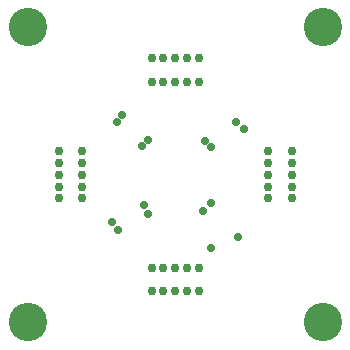
<source format=gbr>
G04 EAGLE Gerber X2 export*
%TF.Part,Single*%
%TF.FileFunction,Soldermask,Top,1*%
%TF.FilePolarity,Negative*%
%TF.GenerationSoftware,Autodesk,EAGLE,9.0.1*%
%TF.CreationDate,2018-12-20T19:56:33Z*%
G75*
%MOMM*%
%FSLAX34Y34*%
%LPD*%
%AMOC8*
5,1,8,0,0,1.08239X$1,22.5*%
G01*
%ADD10C,3.250000*%
%ADD11C,0.750000*%
%ADD12C,0.700000*%


D10*
X-125000Y-125000D03*
X125000Y-125000D03*
X-125000Y125000D03*
X125000Y125000D03*
D11*
X-20000Y78500D03*
X-10000Y78500D03*
X0Y78500D03*
X10000Y78500D03*
X20000Y78500D03*
X-20000Y98500D03*
X-10000Y98500D03*
X0Y98500D03*
X10000Y98500D03*
X20000Y98500D03*
X-78600Y-19900D03*
X-78600Y-9900D03*
X-78600Y100D03*
X-78600Y10100D03*
X-78600Y20100D03*
X-98600Y-19900D03*
X-98600Y-9900D03*
X-98600Y100D03*
X-98600Y10100D03*
X-98600Y20100D03*
X98500Y-20000D03*
X98500Y-10000D03*
X98500Y0D03*
X98500Y10000D03*
X98500Y20000D03*
X78500Y-20000D03*
X78500Y-10000D03*
X78500Y0D03*
X78500Y10000D03*
X78500Y20000D03*
X-20000Y-98500D03*
X-10000Y-98500D03*
X0Y-98500D03*
X10000Y-98500D03*
X20000Y-98500D03*
X-20000Y-78500D03*
X-10000Y-78500D03*
X0Y-78500D03*
X10000Y-78500D03*
X20000Y-78500D03*
D12*
X-23200Y29600D03*
X-49600Y44800D03*
X-28500Y24000D03*
X30100Y23900D03*
X58400Y38900D03*
X25600Y28700D03*
X23900Y-30300D03*
X30100Y-62200D03*
X30400Y-23700D03*
X-26500Y-25200D03*
X-53900Y-39800D03*
X-23000Y-33300D03*
X-45000Y50400D03*
X51100Y44900D03*
X52800Y-52400D03*
X-48500Y-46500D03*
M02*

</source>
